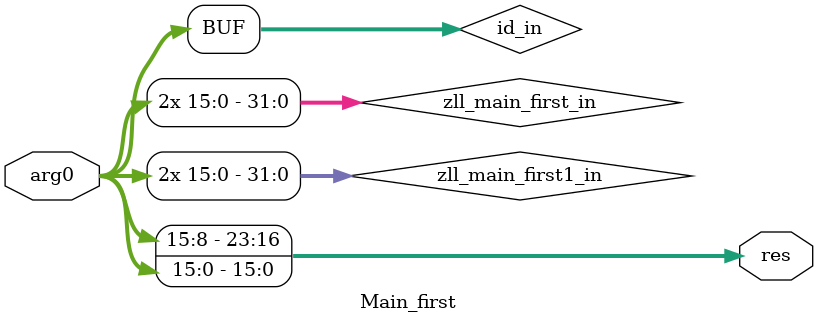
<source format=sv>
module top_level (input logic [0:0] clk,
  input logic [0:0] rst,
  input logic [0:0] __in0,
  output logic [7:0] __out0);
  logic [16:0] zll_main_sig4_in;
  logic [16:0] zll_main_sig5_in;
  logic [15:0] main_incr_in;
  logic [15:0] main_first_in;
  logic [23:0] main_first_out;
  logic [23:0] zll_main_incr9_in;
  logic [25:0] zll_main_incr9_out;
  logic [25:0] zll_main_incr10_in;
  logic [25:0] zll_main_incr18_in;
  logic [23:0] zll_main_incr11_in;
  logic [15:0] main_second_in;
  logic [31:0] zll_main_second1_in;
  logic [31:0] zll_main_second_in;
  logic [15:0] resize_in;
  logic [255:0] binop_in;
  logic [127:0] resize_inR1;
  logic [23:0] zll_main_incr9_inR1;
  logic [25:0] zll_main_incr9_outR1;
  logic [33:0] zll_main_incr16_in;
  logic [33:0] zll_main_incr7_in;
  logic [31:0] zll_main_incr15_in;
  logic [15:0] binop_inR1;
  logic [15:0] zll_main_begin2_in;
  logic [25:0] zll_main_incr14_in;
  logic [25:0] zll_main_begin5_in;
  logic [25:0] zll_main_begin5_out;
  logic [16:0] zll_main_begin5_inR1;
  logic [25:0] zll_main_begin5_outR1;
  logic [0:0] __continue;
  logic [0:0] __padding;
  logic [15:0] __st0;
  logic [15:0] __st0_next;
  assign zll_main_sig4_in = {__in0, __st0};
  assign zll_main_sig5_in = {zll_main_sig4_in[15:0], zll_main_sig4_in[16]};
  assign main_incr_in = zll_main_sig5_in[16:1];
  assign main_first_in = main_incr_in[15:0];
  Main_first  inst (main_first_in[15:0], main_first_out);
  assign zll_main_incr9_in = main_first_out;
  ZLL_Main_incr9  instR1 (zll_main_incr9_in[23:0], zll_main_incr9_out);
  assign zll_main_incr10_in = zll_main_incr9_out;
  assign zll_main_incr18_in = zll_main_incr10_in[25:0];
  assign zll_main_incr11_in = {zll_main_incr18_in[23:16], zll_main_incr18_in[15:0]};
  assign main_second_in = zll_main_incr11_in[15:0];
  assign zll_main_second1_in = {main_second_in[15:0], main_second_in[15:0]};
  assign zll_main_second_in = zll_main_second1_in[31:0];
  assign resize_in = zll_main_second_in[31:16];
  assign binop_in = {128'(resize_in[15:0]), {8'h80{1'h0}}};
  assign resize_inR1 = binop_in[255:128] >> binop_in[127:0];
  assign zll_main_incr9_inR1 = {resize_inR1[7:0], zll_main_second_in[15:0]};
  ZLL_Main_incr9  instR2 (zll_main_incr9_inR1[23:0], zll_main_incr9_outR1);
  assign zll_main_incr16_in = {zll_main_incr11_in[23:16], zll_main_incr9_outR1};
  assign zll_main_incr7_in = {zll_main_incr16_in[33:26], zll_main_incr16_in[25:0]};
  assign zll_main_incr15_in = {zll_main_incr7_in[33:26], zll_main_incr7_in[23:16], zll_main_incr7_in[15:0]};
  assign binop_inR1 = {zll_main_incr15_in[31:24], zll_main_incr15_in[23:16]};
  assign zll_main_begin2_in = {zll_main_incr15_in[23:16], binop_inR1[15:8] + binop_inR1[7:0]};
  assign zll_main_incr14_in = {10'h100, zll_main_begin2_in[15:0]};
  assign zll_main_begin5_in = zll_main_incr14_in[25:0];
  ZLL_Main_begin5  instR3 (zll_main_begin5_in[15:0], zll_main_begin5_out);
  assign zll_main_begin5_inR1 = {zll_main_sig4_in[15:0], zll_main_sig4_in[16]};
  ZLL_Main_begin5  instR4 (zll_main_begin5_inR1[16:1], zll_main_begin5_outR1);
  assign {__continue, __padding, __out0, __st0_next} = (zll_main_begin5_inR1[0] == 1'h1) ? zll_main_begin5_outR1 : zll_main_begin5_out;
  initial __st0 <= 16'h1;
  always @ (posedge clk or posedge rst) begin
    if (rst == 1'h1) begin
      __st0 <= 16'h1;
    end else begin
      __st0 <= __st0_next;
    end
  end
endmodule

module ZLL_Main_begin5 (input logic [15:0] arg0,
  output logic [25:0] res);
  logic [15:0] main_sig_in;
  logic [15:0] main_first_in;
  logic [23:0] main_first_out;
  logic [23:0] zll_main_incr9_in;
  logic [25:0] zll_main_incr9_out;
  logic [25:0] zll_main_sig7_in;
  logic [25:0] zll_main_sig8_in;
  logic [23:0] zll_main_sig_in;
  assign main_sig_in = arg0;
  assign main_first_in = main_sig_in[15:0];
  Main_first  inst (main_first_in[15:0], main_first_out);
  assign zll_main_incr9_in = main_first_out;
  ZLL_Main_incr9  instR1 (zll_main_incr9_in[23:0], zll_main_incr9_out);
  assign zll_main_sig7_in = zll_main_incr9_out;
  assign zll_main_sig8_in = zll_main_sig7_in[25:0];
  assign zll_main_sig_in = {zll_main_sig8_in[23:16], zll_main_sig8_in[15:0]};
  assign res = {2'h2, zll_main_sig_in[23:16], zll_main_sig_in[15:0]};
endmodule

module ZLL_Main_incr9 (input logic [23:0] arg0,
  output logic [25:0] res);
  logic [23:0] zll_main_incr17_in;
  assign zll_main_incr17_in = arg0;
  assign res = {2'h0, zll_main_incr17_in[23:16], zll_main_incr17_in[15:0]};
endmodule

module Main_first (input logic [15:0] arg0,
  output logic [23:0] res);
  logic [31:0] zll_main_first1_in;
  logic [31:0] zll_main_first_in;
  logic [15:0] id_in;
  assign zll_main_first1_in = {arg0, arg0};
  assign zll_main_first_in = zll_main_first1_in[31:0];
  assign id_in = zll_main_first_in[31:16];
  assign res = {id_in[15:8], zll_main_first_in[15:0]};
endmodule
</source>
